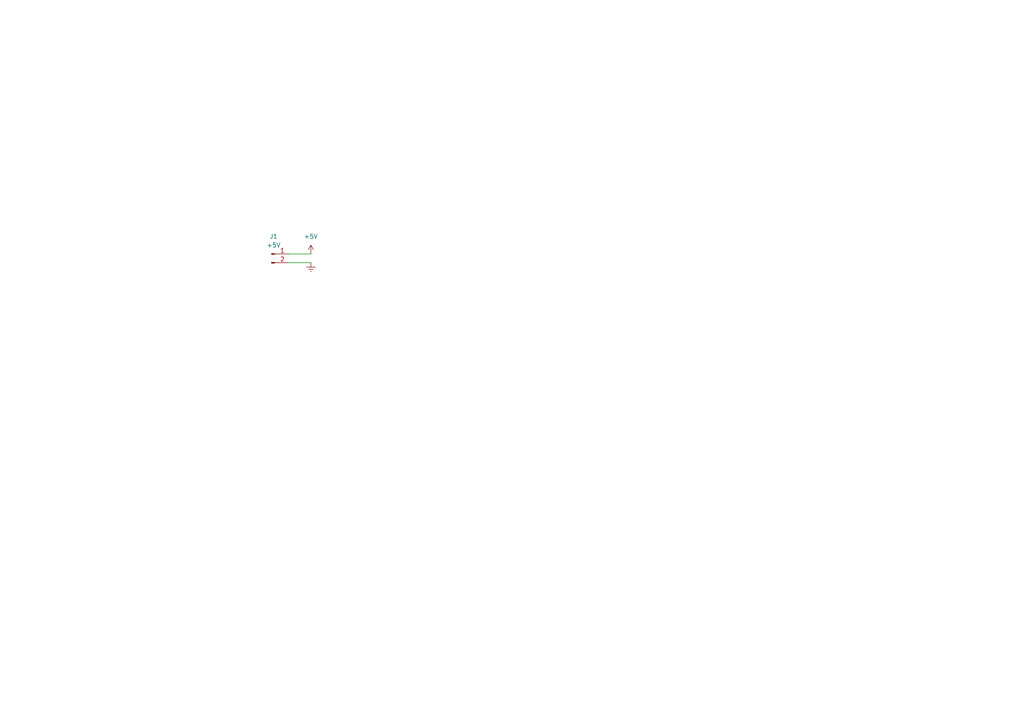
<source format=kicad_sch>
(kicad_sch (version 20230121) (generator eeschema)
  (paper "A4")
  (lib_symbols
    (symbol "Connector:Conn_01x02_Pin" (pin_names (offset 1.016) hide)
      (property "Reference" "J" (at 0 2.54 0))
      (property "Value" "Conn_01x02_Pin" (at 0 -5.08 0))
      (symbol "Conn_01x02_Pin_1_1"
        (polyline (pts (xy 1.27 -2.54) (xy 0.8636 -2.54)) (stroke (width 0.1524)))
        (polyline (pts (xy 1.27 0) (xy 0.8636 0)) (stroke (width 0.1524)))
        (rectangle (start 0.8636 -2.413) (end 0 -2.667) (stroke (width 0.1524)) (fill (type outline)))
        (rectangle (start 0.8636 0.127) (end 0 -0.127) (stroke (width 0.1524)) (fill (type outline)))
        (pin passive line (at 5.08 0 180) (length 3.81) (name "Pin_1") (number "1"))
        (pin passive line (at 5.08 -2.54 180) (length 3.81) (name "Pin_2") (number "2"))
      )
    )
    (symbol "power:+5V" (power) (pin_names (offset 0))
      (property "Value" "+5V" (at 0 3.556 0))
      (symbol "+5V_0_1"
        (polyline (pts (xy -0.762 1.27) (xy 0 2.54)))
        (polyline (pts (xy 0 0) (xy 0 2.54)))
        (polyline (pts (xy 0 2.54) (xy 0.762 1.27)))
      )
      (symbol "+5V_1_1"
        (pin power_in line (at 0 0 90) (length 0) hide (name "+5V") (number "1"))
      )
    )
    (symbol "power:Earth" (power) (pin_names (offset 0))
      (symbol "Earth_0_1"
        (polyline (pts (xy -0.635 -1.905) (xy 0.635 -1.905)))
        (polyline (pts (xy -0.127 -2.54) (xy 0.127 -2.54)))
        (polyline (pts (xy 0 -1.27) (xy 0 0)))
        (polyline (pts (xy 1.27 -1.27) (xy -1.27 -1.27)))
      )
      (symbol "Earth_1_1"
        (pin power_in line (at 0 0 270) (length 0) hide (name "Earth") (number "1"))
      )
    )
  )
  (wire (pts (xy 83.82 73.66) (xy 90.17 73.66)))
  (wire (pts (xy 83.82 76.2) (xy 90.17 76.2)))
  (symbol (lib_id "Connector:Conn_01x02_Pin") (at 78.74 73.66 0) (unit 1)
    (property "Reference" "J1" (at 79.375 68.58 0))
    (property "Value" "+5V" (at 79.375 71.12 0))
    (property "Footprint" "Connector_JST:JST_XH_B2B-XH-AM_1x02_P2.50mm_Vertical" (effects hide))
  )
  (symbol (lib_id "power:Earth") (at 90.17 76.2 0) (unit 1)
    (property "Reference" "#PWR02" (effects hide))
    (property "Value" "Earth" (effects hide))
  )
  (symbol (lib_id "power:+5V") (at 90.17 73.66 0) (unit 1)
    (property "Reference" "#PWR01" (effects hide))
    (property "Value" "+5V" (at 90.17 68.58 0))
  )
)
</source>
